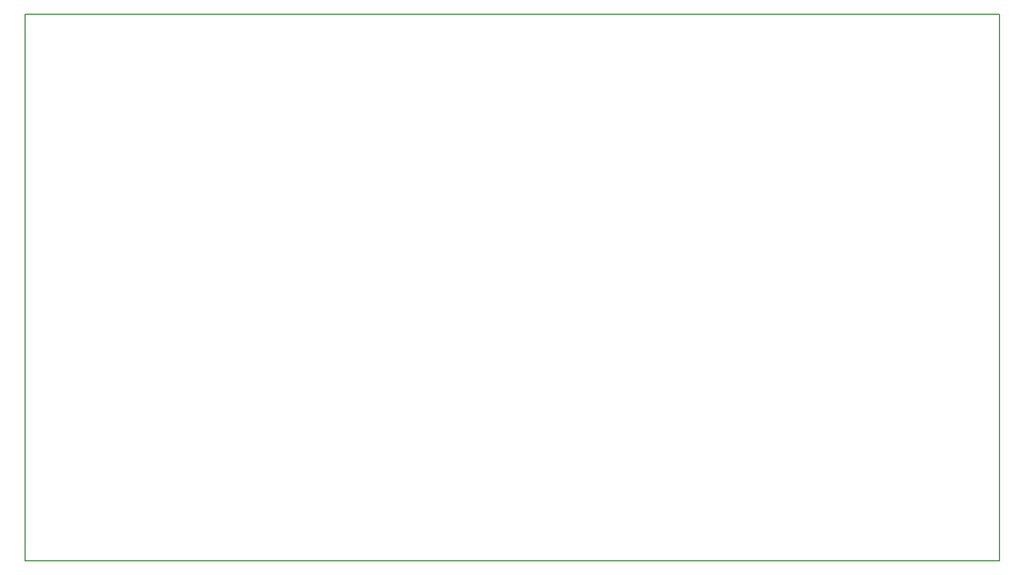
<source format=gm1>
G04 #@! TF.GenerationSoftware,KiCad,Pcbnew,(5.1.10)-1*
G04 #@! TF.CreationDate,2023-11-24T10:19:20-06:00*
G04 #@! TF.ProjectId,z80vga,7a383076-6761-42e6-9b69-6361645f7063,rev?*
G04 #@! TF.SameCoordinates,Original*
G04 #@! TF.FileFunction,Profile,NP*
%FSLAX46Y46*%
G04 Gerber Fmt 4.6, Leading zero omitted, Abs format (unit mm)*
G04 Created by KiCad (PCBNEW (5.1.10)-1) date 2023-11-24 10:19:20*
%MOMM*%
%LPD*%
G01*
G04 APERTURE LIST*
G04 #@! TA.AperFunction,Profile*
%ADD10C,0.150000*%
G04 #@! TD*
G04 APERTURE END LIST*
D10*
X63500000Y-132080000D02*
X63500000Y-50800000D01*
X208280000Y-50800000D02*
X63500000Y-50800000D01*
X208280000Y-132080000D02*
X208280000Y-50800000D01*
X63500000Y-132080000D02*
X208280000Y-132080000D01*
M02*

</source>
